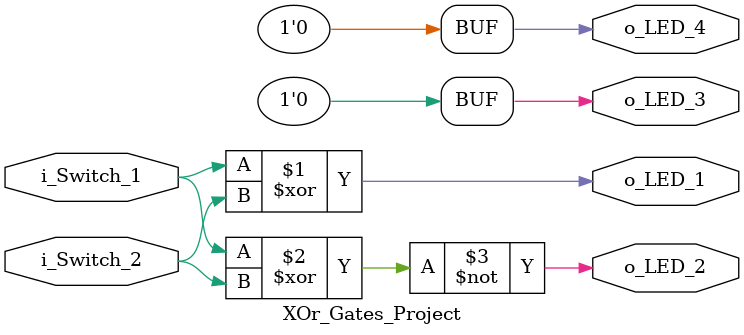
<source format=v>
/*
File: XOr_Gate_Project.v
Copyright (C) 2013-2020 Nandland.com
license : MIT
*/
module XOr_Gates_Project
    (input i_Switch_1,
     input i_Switch_2,
     output o_LED_1,
     output o_LED_2,
     output o_LED_3,
     output o_LED_4);

    // XOR
    assign o_LED_1 = i_Switch_1 ^ i_Switch_2;
    // NXOR
    assign o_LED_2 = ~(i_Switch_1 ^  i_Switch_2);
    // init to 0
    assign o_LED_3 = 0;
    assign o_LED_4 = 0;
endmodule
</source>
